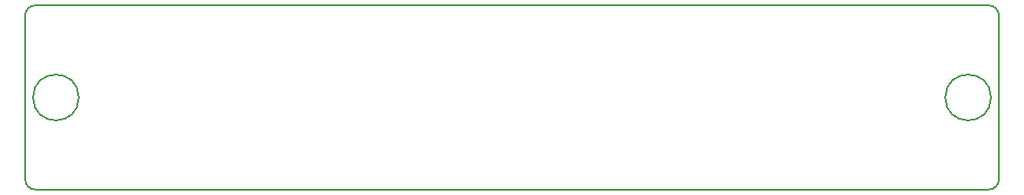
<source format=gbr>
%TF.GenerationSoftware,KiCad,Pcbnew,4.0.7*%
%TF.CreationDate,2018-01-21T21:49:26+02:00*%
%TF.ProjectId,OilMeteo_V2.0,4F696C4D6574656F5F56322E302E6B69,rev?*%
%TF.FileFunction,Profile,NP*%
%FSLAX46Y46*%
G04 Gerber Fmt 4.6, Leading zero omitted, Abs format (unit mm)*
G04 Created by KiCad (PCBNEW 4.0.7) date 01/21/18 21:49:26*
%MOMM*%
%LPD*%
G01*
G04 APERTURE LIST*
%ADD10C,0.100000*%
%ADD11C,0.150000*%
G04 APERTURE END LIST*
D10*
D11*
X100000000Y-35000000D02*
X193000000Y-35000000D01*
X99000000Y-52000000D02*
X99000000Y-36000000D01*
X193000000Y-53000000D02*
X100000000Y-53000000D01*
X194000000Y-36000000D02*
X194000000Y-52000000D01*
X194000000Y-36000000D02*
G75*
G03X193000000Y-35000000I-1000000J0D01*
G01*
X193000000Y-53000000D02*
G75*
G03X194000000Y-52000000I0J1000000D01*
G01*
X99000000Y-52000000D02*
G75*
G03X100000000Y-53000000I1000000J0D01*
G01*
X100000000Y-35000000D02*
G75*
G03X99000000Y-36000000I0J-1000000D01*
G01*
X104236068Y-44000000D02*
G75*
G03X104236068Y-44000000I-2236068J0D01*
G01*
X193236068Y-44000000D02*
G75*
G03X193236068Y-44000000I-2236068J0D01*
G01*
M02*

</source>
